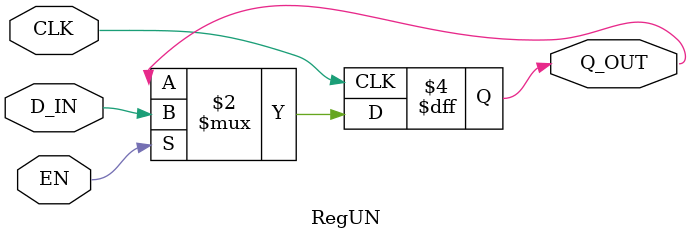
<source format=v>


// Permission is hereby granted, free of charge, to any person obtaining a copy
// of this software and associated documentation files (the "Software"), to deal
// in the Software without restriction, including without limitation the rights
// to use, copy, modify, merge, publish, distribute, sublicense, and/or sell
// copies of the Software, and to permit persons to whom the Software is
// furnished to do so, subject to the following conditions:

// The above copyright notice and this permission notice shall be included in
// all copies or substantial portions of the Software.

// THE SOFTWARE IS PROVIDED "AS IS", WITHOUT WARRANTY OF ANY KIND, EXPRESS OR
// IMPLIED, INCLUDING BUT NOT LIMITED TO THE WARRANTIES OF MERCHANTABILITY,
// FITNESS FOR A PARTICULAR PURPOSE AND NONINFRINGEMENT. IN NO EVENT SHALL THE
// AUTHORS OR COPYRIGHT HOLDERS BE LIABLE FOR ANY CLAIM, DAMAGES OR OTHER
// LIABILITY, WHETHER IN AN ACTION OF CONTRACT, TORT OR OTHERWISE, ARISING FROM,
// OUT OF OR IN CONNECTION WITH THE SOFTWARE OR THE USE OR OTHER DEALINGS IN
// THE SOFTWARE.
//
// $Revision: 24080 $
// $Date: 2011-05-18 19:32:52 +0000 (Wed, 18 May 2011) $

`ifdef BSV_ASSIGNMENT_DELAY
`else
`define BSV_ASSIGNMENT_DELAY
`endif


// Basic register without reset.
module RegUN(CLK, EN, D_IN, Q_OUT);
   parameter width = 1;

   input     CLK;
   input     EN;
   input [width - 1 : 0] D_IN;

   output [width - 1 : 0] Q_OUT;
   reg [width - 1 : 0]    Q_OUT;

`ifdef BSV_NO_INITIAL_BLOCKS
`else // not BSV_NO_INITIAL_BLOCKS
   // synopsys translate_off
   initial begin
      Q_OUT = {((width + 1)/2){2'b10}} ;
   end
   // synopsys translate_on
`endif // BSV_NO_INITIAL_BLOCKS

   
   always@(posedge CLK)
     begin
        if (EN)
          Q_OUT <= `BSV_ASSIGNMENT_DELAY D_IN;
     end
endmodule


</source>
